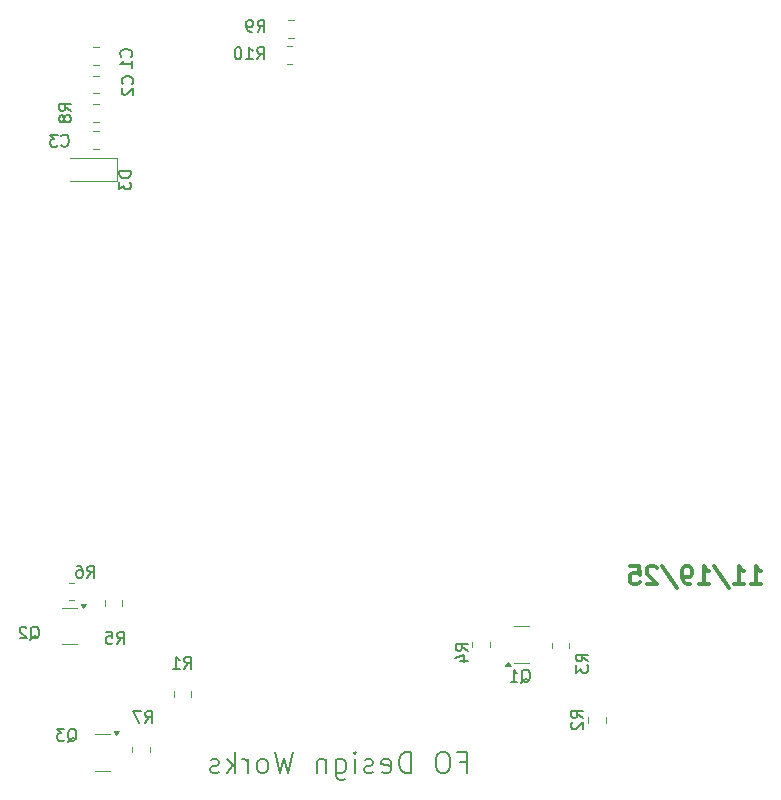
<source format=gbr>
%TF.GenerationSoftware,KiCad,Pcbnew,8.0.9-8.0.9-0~ubuntu24.04.1*%
%TF.CreationDate,2025-11-19T12:46:58-08:00*%
%TF.ProjectId,rover_monitor_r2,726f7665-725f-46d6-9f6e-69746f725f72,rev?*%
%TF.SameCoordinates,Original*%
%TF.FileFunction,Legend,Bot*%
%TF.FilePolarity,Positive*%
%FSLAX46Y46*%
G04 Gerber Fmt 4.6, Leading zero omitted, Abs format (unit mm)*
G04 Created by KiCad (PCBNEW 8.0.9-8.0.9-0~ubuntu24.04.1) date 2025-11-19 12:46:58*
%MOMM*%
%LPD*%
G01*
G04 APERTURE LIST*
%ADD10C,0.300000*%
%ADD11C,0.203200*%
%ADD12C,0.150000*%
%ADD13C,0.120000*%
G04 APERTURE END LIST*
D10*
X116973374Y-129924028D02*
X117830517Y-129924028D01*
X117401946Y-129924028D02*
X117401946Y-128424028D01*
X117401946Y-128424028D02*
X117544803Y-128638314D01*
X117544803Y-128638314D02*
X117687660Y-128781171D01*
X117687660Y-128781171D02*
X117830517Y-128852600D01*
X115544803Y-129924028D02*
X116401946Y-129924028D01*
X115973375Y-129924028D02*
X115973375Y-128424028D01*
X115973375Y-128424028D02*
X116116232Y-128638314D01*
X116116232Y-128638314D02*
X116259089Y-128781171D01*
X116259089Y-128781171D02*
X116401946Y-128852600D01*
X113830518Y-128352600D02*
X115116232Y-130281171D01*
X112544803Y-129924028D02*
X113401946Y-129924028D01*
X112973375Y-129924028D02*
X112973375Y-128424028D01*
X112973375Y-128424028D02*
X113116232Y-128638314D01*
X113116232Y-128638314D02*
X113259089Y-128781171D01*
X113259089Y-128781171D02*
X113401946Y-128852600D01*
X111830518Y-129924028D02*
X111544804Y-129924028D01*
X111544804Y-129924028D02*
X111401947Y-129852600D01*
X111401947Y-129852600D02*
X111330518Y-129781171D01*
X111330518Y-129781171D02*
X111187661Y-129566885D01*
X111187661Y-129566885D02*
X111116232Y-129281171D01*
X111116232Y-129281171D02*
X111116232Y-128709742D01*
X111116232Y-128709742D02*
X111187661Y-128566885D01*
X111187661Y-128566885D02*
X111259090Y-128495457D01*
X111259090Y-128495457D02*
X111401947Y-128424028D01*
X111401947Y-128424028D02*
X111687661Y-128424028D01*
X111687661Y-128424028D02*
X111830518Y-128495457D01*
X111830518Y-128495457D02*
X111901947Y-128566885D01*
X111901947Y-128566885D02*
X111973375Y-128709742D01*
X111973375Y-128709742D02*
X111973375Y-129066885D01*
X111973375Y-129066885D02*
X111901947Y-129209742D01*
X111901947Y-129209742D02*
X111830518Y-129281171D01*
X111830518Y-129281171D02*
X111687661Y-129352600D01*
X111687661Y-129352600D02*
X111401947Y-129352600D01*
X111401947Y-129352600D02*
X111259090Y-129281171D01*
X111259090Y-129281171D02*
X111187661Y-129209742D01*
X111187661Y-129209742D02*
X111116232Y-129066885D01*
X109401947Y-128352600D02*
X110687661Y-130281171D01*
X108973375Y-128566885D02*
X108901947Y-128495457D01*
X108901947Y-128495457D02*
X108759090Y-128424028D01*
X108759090Y-128424028D02*
X108401947Y-128424028D01*
X108401947Y-128424028D02*
X108259090Y-128495457D01*
X108259090Y-128495457D02*
X108187661Y-128566885D01*
X108187661Y-128566885D02*
X108116232Y-128709742D01*
X108116232Y-128709742D02*
X108116232Y-128852600D01*
X108116232Y-128852600D02*
X108187661Y-129066885D01*
X108187661Y-129066885D02*
X109044804Y-129924028D01*
X109044804Y-129924028D02*
X108116232Y-129924028D01*
X106759090Y-128424028D02*
X107473376Y-128424028D01*
X107473376Y-128424028D02*
X107544804Y-129138314D01*
X107544804Y-129138314D02*
X107473376Y-129066885D01*
X107473376Y-129066885D02*
X107330519Y-128995457D01*
X107330519Y-128995457D02*
X106973376Y-128995457D01*
X106973376Y-128995457D02*
X106830519Y-129066885D01*
X106830519Y-129066885D02*
X106759090Y-129138314D01*
X106759090Y-129138314D02*
X106687661Y-129281171D01*
X106687661Y-129281171D02*
X106687661Y-129638314D01*
X106687661Y-129638314D02*
X106759090Y-129781171D01*
X106759090Y-129781171D02*
X106830519Y-129852600D01*
X106830519Y-129852600D02*
X106973376Y-129924028D01*
X106973376Y-129924028D02*
X107330519Y-129924028D01*
X107330519Y-129924028D02*
X107473376Y-129852600D01*
X107473376Y-129852600D02*
X107544804Y-129781171D01*
D11*
X92363916Y-144963707D02*
X92956582Y-144963707D01*
X92956582Y-145895040D02*
X92956582Y-144117040D01*
X92956582Y-144117040D02*
X92109916Y-144117040D01*
X91093916Y-144117040D02*
X90755249Y-144117040D01*
X90755249Y-144117040D02*
X90585916Y-144201707D01*
X90585916Y-144201707D02*
X90416582Y-144371040D01*
X90416582Y-144371040D02*
X90331916Y-144709707D01*
X90331916Y-144709707D02*
X90331916Y-145302374D01*
X90331916Y-145302374D02*
X90416582Y-145641040D01*
X90416582Y-145641040D02*
X90585916Y-145810374D01*
X90585916Y-145810374D02*
X90755249Y-145895040D01*
X90755249Y-145895040D02*
X91093916Y-145895040D01*
X91093916Y-145895040D02*
X91263249Y-145810374D01*
X91263249Y-145810374D02*
X91432582Y-145641040D01*
X91432582Y-145641040D02*
X91517249Y-145302374D01*
X91517249Y-145302374D02*
X91517249Y-144709707D01*
X91517249Y-144709707D02*
X91432582Y-144371040D01*
X91432582Y-144371040D02*
X91263249Y-144201707D01*
X91263249Y-144201707D02*
X91093916Y-144117040D01*
X88215248Y-145895040D02*
X88215248Y-144117040D01*
X88215248Y-144117040D02*
X87791915Y-144117040D01*
X87791915Y-144117040D02*
X87537915Y-144201707D01*
X87537915Y-144201707D02*
X87368582Y-144371040D01*
X87368582Y-144371040D02*
X87283915Y-144540374D01*
X87283915Y-144540374D02*
X87199248Y-144879040D01*
X87199248Y-144879040D02*
X87199248Y-145133040D01*
X87199248Y-145133040D02*
X87283915Y-145471707D01*
X87283915Y-145471707D02*
X87368582Y-145641040D01*
X87368582Y-145641040D02*
X87537915Y-145810374D01*
X87537915Y-145810374D02*
X87791915Y-145895040D01*
X87791915Y-145895040D02*
X88215248Y-145895040D01*
X85759915Y-145810374D02*
X85929248Y-145895040D01*
X85929248Y-145895040D02*
X86267915Y-145895040D01*
X86267915Y-145895040D02*
X86437248Y-145810374D01*
X86437248Y-145810374D02*
X86521915Y-145641040D01*
X86521915Y-145641040D02*
X86521915Y-144963707D01*
X86521915Y-144963707D02*
X86437248Y-144794374D01*
X86437248Y-144794374D02*
X86267915Y-144709707D01*
X86267915Y-144709707D02*
X85929248Y-144709707D01*
X85929248Y-144709707D02*
X85759915Y-144794374D01*
X85759915Y-144794374D02*
X85675248Y-144963707D01*
X85675248Y-144963707D02*
X85675248Y-145133040D01*
X85675248Y-145133040D02*
X86521915Y-145302374D01*
X84997915Y-145810374D02*
X84828582Y-145895040D01*
X84828582Y-145895040D02*
X84489915Y-145895040D01*
X84489915Y-145895040D02*
X84320582Y-145810374D01*
X84320582Y-145810374D02*
X84235915Y-145641040D01*
X84235915Y-145641040D02*
X84235915Y-145556374D01*
X84235915Y-145556374D02*
X84320582Y-145387040D01*
X84320582Y-145387040D02*
X84489915Y-145302374D01*
X84489915Y-145302374D02*
X84743915Y-145302374D01*
X84743915Y-145302374D02*
X84913248Y-145217707D01*
X84913248Y-145217707D02*
X84997915Y-145048374D01*
X84997915Y-145048374D02*
X84997915Y-144963707D01*
X84997915Y-144963707D02*
X84913248Y-144794374D01*
X84913248Y-144794374D02*
X84743915Y-144709707D01*
X84743915Y-144709707D02*
X84489915Y-144709707D01*
X84489915Y-144709707D02*
X84320582Y-144794374D01*
X83473915Y-145895040D02*
X83473915Y-144709707D01*
X83473915Y-144117040D02*
X83558582Y-144201707D01*
X83558582Y-144201707D02*
X83473915Y-144286374D01*
X83473915Y-144286374D02*
X83389249Y-144201707D01*
X83389249Y-144201707D02*
X83473915Y-144117040D01*
X83473915Y-144117040D02*
X83473915Y-144286374D01*
X81865248Y-144709707D02*
X81865248Y-146149040D01*
X81865248Y-146149040D02*
X81949915Y-146318374D01*
X81949915Y-146318374D02*
X82034582Y-146403040D01*
X82034582Y-146403040D02*
X82203915Y-146487707D01*
X82203915Y-146487707D02*
X82457915Y-146487707D01*
X82457915Y-146487707D02*
X82627248Y-146403040D01*
X81865248Y-145810374D02*
X82034582Y-145895040D01*
X82034582Y-145895040D02*
X82373248Y-145895040D01*
X82373248Y-145895040D02*
X82542582Y-145810374D01*
X82542582Y-145810374D02*
X82627248Y-145725707D01*
X82627248Y-145725707D02*
X82711915Y-145556374D01*
X82711915Y-145556374D02*
X82711915Y-145048374D01*
X82711915Y-145048374D02*
X82627248Y-144879040D01*
X82627248Y-144879040D02*
X82542582Y-144794374D01*
X82542582Y-144794374D02*
X82373248Y-144709707D01*
X82373248Y-144709707D02*
X82034582Y-144709707D01*
X82034582Y-144709707D02*
X81865248Y-144794374D01*
X81018581Y-144709707D02*
X81018581Y-145895040D01*
X81018581Y-144879040D02*
X80933915Y-144794374D01*
X80933915Y-144794374D02*
X80764581Y-144709707D01*
X80764581Y-144709707D02*
X80510581Y-144709707D01*
X80510581Y-144709707D02*
X80341248Y-144794374D01*
X80341248Y-144794374D02*
X80256581Y-144963707D01*
X80256581Y-144963707D02*
X80256581Y-145895040D01*
X78224581Y-144117040D02*
X77801247Y-145895040D01*
X77801247Y-145895040D02*
X77462581Y-144625040D01*
X77462581Y-144625040D02*
X77123914Y-145895040D01*
X77123914Y-145895040D02*
X76700581Y-144117040D01*
X75769247Y-145895040D02*
X75938581Y-145810374D01*
X75938581Y-145810374D02*
X76023247Y-145725707D01*
X76023247Y-145725707D02*
X76107914Y-145556374D01*
X76107914Y-145556374D02*
X76107914Y-145048374D01*
X76107914Y-145048374D02*
X76023247Y-144879040D01*
X76023247Y-144879040D02*
X75938581Y-144794374D01*
X75938581Y-144794374D02*
X75769247Y-144709707D01*
X75769247Y-144709707D02*
X75515247Y-144709707D01*
X75515247Y-144709707D02*
X75345914Y-144794374D01*
X75345914Y-144794374D02*
X75261247Y-144879040D01*
X75261247Y-144879040D02*
X75176581Y-145048374D01*
X75176581Y-145048374D02*
X75176581Y-145556374D01*
X75176581Y-145556374D02*
X75261247Y-145725707D01*
X75261247Y-145725707D02*
X75345914Y-145810374D01*
X75345914Y-145810374D02*
X75515247Y-145895040D01*
X75515247Y-145895040D02*
X75769247Y-145895040D01*
X74414580Y-145895040D02*
X74414580Y-144709707D01*
X74414580Y-145048374D02*
X74329914Y-144879040D01*
X74329914Y-144879040D02*
X74245247Y-144794374D01*
X74245247Y-144794374D02*
X74075914Y-144709707D01*
X74075914Y-144709707D02*
X73906580Y-144709707D01*
X73313913Y-145895040D02*
X73313913Y-144117040D01*
X73144580Y-145217707D02*
X72636580Y-145895040D01*
X72636580Y-144709707D02*
X73313913Y-145387040D01*
X71959247Y-145810374D02*
X71789914Y-145895040D01*
X71789914Y-145895040D02*
X71451247Y-145895040D01*
X71451247Y-145895040D02*
X71281914Y-145810374D01*
X71281914Y-145810374D02*
X71197247Y-145641040D01*
X71197247Y-145641040D02*
X71197247Y-145556374D01*
X71197247Y-145556374D02*
X71281914Y-145387040D01*
X71281914Y-145387040D02*
X71451247Y-145302374D01*
X71451247Y-145302374D02*
X71705247Y-145302374D01*
X71705247Y-145302374D02*
X71874580Y-145217707D01*
X71874580Y-145217707D02*
X71959247Y-145048374D01*
X71959247Y-145048374D02*
X71959247Y-144963707D01*
X71959247Y-144963707D02*
X71874580Y-144794374D01*
X71874580Y-144794374D02*
X71705247Y-144709707D01*
X71705247Y-144709707D02*
X71451247Y-144709707D01*
X71451247Y-144709707D02*
X71281914Y-144794374D01*
D12*
X75180266Y-83178019D02*
X75513599Y-82701828D01*
X75751694Y-83178019D02*
X75751694Y-82178019D01*
X75751694Y-82178019D02*
X75370742Y-82178019D01*
X75370742Y-82178019D02*
X75275504Y-82225638D01*
X75275504Y-82225638D02*
X75227885Y-82273257D01*
X75227885Y-82273257D02*
X75180266Y-82368495D01*
X75180266Y-82368495D02*
X75180266Y-82511352D01*
X75180266Y-82511352D02*
X75227885Y-82606590D01*
X75227885Y-82606590D02*
X75275504Y-82654209D01*
X75275504Y-82654209D02*
X75370742Y-82701828D01*
X75370742Y-82701828D02*
X75751694Y-82701828D01*
X74704075Y-83178019D02*
X74513599Y-83178019D01*
X74513599Y-83178019D02*
X74418361Y-83130400D01*
X74418361Y-83130400D02*
X74370742Y-83082780D01*
X74370742Y-83082780D02*
X74275504Y-82939923D01*
X74275504Y-82939923D02*
X74227885Y-82749447D01*
X74227885Y-82749447D02*
X74227885Y-82368495D01*
X74227885Y-82368495D02*
X74275504Y-82273257D01*
X74275504Y-82273257D02*
X74323123Y-82225638D01*
X74323123Y-82225638D02*
X74418361Y-82178019D01*
X74418361Y-82178019D02*
X74608837Y-82178019D01*
X74608837Y-82178019D02*
X74704075Y-82225638D01*
X74704075Y-82225638D02*
X74751694Y-82273257D01*
X74751694Y-82273257D02*
X74799313Y-82368495D01*
X74799313Y-82368495D02*
X74799313Y-82606590D01*
X74799313Y-82606590D02*
X74751694Y-82701828D01*
X74751694Y-82701828D02*
X74704075Y-82749447D01*
X74704075Y-82749447D02*
X74608837Y-82797066D01*
X74608837Y-82797066D02*
X74418361Y-82797066D01*
X74418361Y-82797066D02*
X74323123Y-82749447D01*
X74323123Y-82749447D02*
X74275504Y-82701828D01*
X74275504Y-82701828D02*
X74227885Y-82606590D01*
X65680266Y-141678019D02*
X66013599Y-141201828D01*
X66251694Y-141678019D02*
X66251694Y-140678019D01*
X66251694Y-140678019D02*
X65870742Y-140678019D01*
X65870742Y-140678019D02*
X65775504Y-140725638D01*
X65775504Y-140725638D02*
X65727885Y-140773257D01*
X65727885Y-140773257D02*
X65680266Y-140868495D01*
X65680266Y-140868495D02*
X65680266Y-141011352D01*
X65680266Y-141011352D02*
X65727885Y-141106590D01*
X65727885Y-141106590D02*
X65775504Y-141154209D01*
X65775504Y-141154209D02*
X65870742Y-141201828D01*
X65870742Y-141201828D02*
X66251694Y-141201828D01*
X65346932Y-140678019D02*
X64680266Y-140678019D01*
X64680266Y-140678019D02*
X65108837Y-141678019D01*
X75156457Y-85478019D02*
X75489790Y-85001828D01*
X75727885Y-85478019D02*
X75727885Y-84478019D01*
X75727885Y-84478019D02*
X75346933Y-84478019D01*
X75346933Y-84478019D02*
X75251695Y-84525638D01*
X75251695Y-84525638D02*
X75204076Y-84573257D01*
X75204076Y-84573257D02*
X75156457Y-84668495D01*
X75156457Y-84668495D02*
X75156457Y-84811352D01*
X75156457Y-84811352D02*
X75204076Y-84906590D01*
X75204076Y-84906590D02*
X75251695Y-84954209D01*
X75251695Y-84954209D02*
X75346933Y-85001828D01*
X75346933Y-85001828D02*
X75727885Y-85001828D01*
X74204076Y-85478019D02*
X74775504Y-85478019D01*
X74489790Y-85478019D02*
X74489790Y-84478019D01*
X74489790Y-84478019D02*
X74585028Y-84620876D01*
X74585028Y-84620876D02*
X74680266Y-84716114D01*
X74680266Y-84716114D02*
X74775504Y-84763733D01*
X73585028Y-84478019D02*
X73489790Y-84478019D01*
X73489790Y-84478019D02*
X73394552Y-84525638D01*
X73394552Y-84525638D02*
X73346933Y-84573257D01*
X73346933Y-84573257D02*
X73299314Y-84668495D01*
X73299314Y-84668495D02*
X73251695Y-84858971D01*
X73251695Y-84858971D02*
X73251695Y-85097066D01*
X73251695Y-85097066D02*
X73299314Y-85287542D01*
X73299314Y-85287542D02*
X73346933Y-85382780D01*
X73346933Y-85382780D02*
X73394552Y-85430400D01*
X73394552Y-85430400D02*
X73489790Y-85478019D01*
X73489790Y-85478019D02*
X73585028Y-85478019D01*
X73585028Y-85478019D02*
X73680266Y-85430400D01*
X73680266Y-85430400D02*
X73727885Y-85382780D01*
X73727885Y-85382780D02*
X73775504Y-85287542D01*
X73775504Y-85287542D02*
X73823123Y-85097066D01*
X73823123Y-85097066D02*
X73823123Y-84858971D01*
X73823123Y-84858971D02*
X73775504Y-84668495D01*
X73775504Y-84668495D02*
X73727885Y-84573257D01*
X73727885Y-84573257D02*
X73680266Y-84525638D01*
X73680266Y-84525638D02*
X73585028Y-84478019D01*
X64573180Y-87556533D02*
X64620800Y-87508914D01*
X64620800Y-87508914D02*
X64668419Y-87366057D01*
X64668419Y-87366057D02*
X64668419Y-87270819D01*
X64668419Y-87270819D02*
X64620800Y-87127962D01*
X64620800Y-87127962D02*
X64525561Y-87032724D01*
X64525561Y-87032724D02*
X64430323Y-86985105D01*
X64430323Y-86985105D02*
X64239847Y-86937486D01*
X64239847Y-86937486D02*
X64096990Y-86937486D01*
X64096990Y-86937486D02*
X63906514Y-86985105D01*
X63906514Y-86985105D02*
X63811276Y-87032724D01*
X63811276Y-87032724D02*
X63716038Y-87127962D01*
X63716038Y-87127962D02*
X63668419Y-87270819D01*
X63668419Y-87270819D02*
X63668419Y-87366057D01*
X63668419Y-87366057D02*
X63716038Y-87508914D01*
X63716038Y-87508914D02*
X63763657Y-87556533D01*
X63763657Y-87937486D02*
X63716038Y-87985105D01*
X63716038Y-87985105D02*
X63668419Y-88080343D01*
X63668419Y-88080343D02*
X63668419Y-88318438D01*
X63668419Y-88318438D02*
X63716038Y-88413676D01*
X63716038Y-88413676D02*
X63763657Y-88461295D01*
X63763657Y-88461295D02*
X63858895Y-88508914D01*
X63858895Y-88508914D02*
X63954133Y-88508914D01*
X63954133Y-88508914D02*
X64096990Y-88461295D01*
X64096990Y-88461295D02*
X64668419Y-87889867D01*
X64668419Y-87889867D02*
X64668419Y-88508914D01*
X103168419Y-136456533D02*
X102692228Y-136123200D01*
X103168419Y-135885105D02*
X102168419Y-135885105D01*
X102168419Y-135885105D02*
X102168419Y-136266057D01*
X102168419Y-136266057D02*
X102216038Y-136361295D01*
X102216038Y-136361295D02*
X102263657Y-136408914D01*
X102263657Y-136408914D02*
X102358895Y-136456533D01*
X102358895Y-136456533D02*
X102501752Y-136456533D01*
X102501752Y-136456533D02*
X102596990Y-136408914D01*
X102596990Y-136408914D02*
X102644609Y-136361295D01*
X102644609Y-136361295D02*
X102692228Y-136266057D01*
X102692228Y-136266057D02*
X102692228Y-135885105D01*
X102168419Y-136789867D02*
X102168419Y-137408914D01*
X102168419Y-137408914D02*
X102549371Y-137075581D01*
X102549371Y-137075581D02*
X102549371Y-137218438D01*
X102549371Y-137218438D02*
X102596990Y-137313676D01*
X102596990Y-137313676D02*
X102644609Y-137361295D01*
X102644609Y-137361295D02*
X102739847Y-137408914D01*
X102739847Y-137408914D02*
X102977942Y-137408914D01*
X102977942Y-137408914D02*
X103073180Y-137361295D01*
X103073180Y-137361295D02*
X103120800Y-137313676D01*
X103120800Y-137313676D02*
X103168419Y-137218438D01*
X103168419Y-137218438D02*
X103168419Y-136932724D01*
X103168419Y-136932724D02*
X103120800Y-136837486D01*
X103120800Y-136837486D02*
X103073180Y-136789867D01*
X102718419Y-141256533D02*
X102242228Y-140923200D01*
X102718419Y-140685105D02*
X101718419Y-140685105D01*
X101718419Y-140685105D02*
X101718419Y-141066057D01*
X101718419Y-141066057D02*
X101766038Y-141161295D01*
X101766038Y-141161295D02*
X101813657Y-141208914D01*
X101813657Y-141208914D02*
X101908895Y-141256533D01*
X101908895Y-141256533D02*
X102051752Y-141256533D01*
X102051752Y-141256533D02*
X102146990Y-141208914D01*
X102146990Y-141208914D02*
X102194609Y-141161295D01*
X102194609Y-141161295D02*
X102242228Y-141066057D01*
X102242228Y-141066057D02*
X102242228Y-140685105D01*
X101813657Y-141637486D02*
X101766038Y-141685105D01*
X101766038Y-141685105D02*
X101718419Y-141780343D01*
X101718419Y-141780343D02*
X101718419Y-142018438D01*
X101718419Y-142018438D02*
X101766038Y-142113676D01*
X101766038Y-142113676D02*
X101813657Y-142161295D01*
X101813657Y-142161295D02*
X101908895Y-142208914D01*
X101908895Y-142208914D02*
X102004133Y-142208914D01*
X102004133Y-142208914D02*
X102146990Y-142161295D01*
X102146990Y-142161295D02*
X102718419Y-141589867D01*
X102718419Y-141589867D02*
X102718419Y-142208914D01*
X92968419Y-135556533D02*
X92492228Y-135223200D01*
X92968419Y-134985105D02*
X91968419Y-134985105D01*
X91968419Y-134985105D02*
X91968419Y-135366057D01*
X91968419Y-135366057D02*
X92016038Y-135461295D01*
X92016038Y-135461295D02*
X92063657Y-135508914D01*
X92063657Y-135508914D02*
X92158895Y-135556533D01*
X92158895Y-135556533D02*
X92301752Y-135556533D01*
X92301752Y-135556533D02*
X92396990Y-135508914D01*
X92396990Y-135508914D02*
X92444609Y-135461295D01*
X92444609Y-135461295D02*
X92492228Y-135366057D01*
X92492228Y-135366057D02*
X92492228Y-134985105D01*
X92301752Y-136413676D02*
X92968419Y-136413676D01*
X91920800Y-136175581D02*
X92635085Y-135937486D01*
X92635085Y-135937486D02*
X92635085Y-136556533D01*
X63280266Y-134978019D02*
X63613599Y-134501828D01*
X63851694Y-134978019D02*
X63851694Y-133978019D01*
X63851694Y-133978019D02*
X63470742Y-133978019D01*
X63470742Y-133978019D02*
X63375504Y-134025638D01*
X63375504Y-134025638D02*
X63327885Y-134073257D01*
X63327885Y-134073257D02*
X63280266Y-134168495D01*
X63280266Y-134168495D02*
X63280266Y-134311352D01*
X63280266Y-134311352D02*
X63327885Y-134406590D01*
X63327885Y-134406590D02*
X63375504Y-134454209D01*
X63375504Y-134454209D02*
X63470742Y-134501828D01*
X63470742Y-134501828D02*
X63851694Y-134501828D01*
X62375504Y-133978019D02*
X62851694Y-133978019D01*
X62851694Y-133978019D02*
X62899313Y-134454209D01*
X62899313Y-134454209D02*
X62851694Y-134406590D01*
X62851694Y-134406590D02*
X62756456Y-134358971D01*
X62756456Y-134358971D02*
X62518361Y-134358971D01*
X62518361Y-134358971D02*
X62423123Y-134406590D01*
X62423123Y-134406590D02*
X62375504Y-134454209D01*
X62375504Y-134454209D02*
X62327885Y-134549447D01*
X62327885Y-134549447D02*
X62327885Y-134787542D01*
X62327885Y-134787542D02*
X62375504Y-134882780D01*
X62375504Y-134882780D02*
X62423123Y-134930400D01*
X62423123Y-134930400D02*
X62518361Y-134978019D01*
X62518361Y-134978019D02*
X62756456Y-134978019D01*
X62756456Y-134978019D02*
X62851694Y-134930400D01*
X62851694Y-134930400D02*
X62899313Y-134882780D01*
X58580266Y-92782780D02*
X58627885Y-92830400D01*
X58627885Y-92830400D02*
X58770742Y-92878019D01*
X58770742Y-92878019D02*
X58865980Y-92878019D01*
X58865980Y-92878019D02*
X59008837Y-92830400D01*
X59008837Y-92830400D02*
X59104075Y-92735161D01*
X59104075Y-92735161D02*
X59151694Y-92639923D01*
X59151694Y-92639923D02*
X59199313Y-92449447D01*
X59199313Y-92449447D02*
X59199313Y-92306590D01*
X59199313Y-92306590D02*
X59151694Y-92116114D01*
X59151694Y-92116114D02*
X59104075Y-92020876D01*
X59104075Y-92020876D02*
X59008837Y-91925638D01*
X59008837Y-91925638D02*
X58865980Y-91878019D01*
X58865980Y-91878019D02*
X58770742Y-91878019D01*
X58770742Y-91878019D02*
X58627885Y-91925638D01*
X58627885Y-91925638D02*
X58580266Y-91973257D01*
X58246932Y-91878019D02*
X57627885Y-91878019D01*
X57627885Y-91878019D02*
X57961218Y-92258971D01*
X57961218Y-92258971D02*
X57818361Y-92258971D01*
X57818361Y-92258971D02*
X57723123Y-92306590D01*
X57723123Y-92306590D02*
X57675504Y-92354209D01*
X57675504Y-92354209D02*
X57627885Y-92449447D01*
X57627885Y-92449447D02*
X57627885Y-92687542D01*
X57627885Y-92687542D02*
X57675504Y-92782780D01*
X57675504Y-92782780D02*
X57723123Y-92830400D01*
X57723123Y-92830400D02*
X57818361Y-92878019D01*
X57818361Y-92878019D02*
X58104075Y-92878019D01*
X58104075Y-92878019D02*
X58199313Y-92830400D01*
X58199313Y-92830400D02*
X58246932Y-92782780D01*
X68980266Y-137078019D02*
X69313599Y-136601828D01*
X69551694Y-137078019D02*
X69551694Y-136078019D01*
X69551694Y-136078019D02*
X69170742Y-136078019D01*
X69170742Y-136078019D02*
X69075504Y-136125638D01*
X69075504Y-136125638D02*
X69027885Y-136173257D01*
X69027885Y-136173257D02*
X68980266Y-136268495D01*
X68980266Y-136268495D02*
X68980266Y-136411352D01*
X68980266Y-136411352D02*
X69027885Y-136506590D01*
X69027885Y-136506590D02*
X69075504Y-136554209D01*
X69075504Y-136554209D02*
X69170742Y-136601828D01*
X69170742Y-136601828D02*
X69551694Y-136601828D01*
X68027885Y-137078019D02*
X68599313Y-137078019D01*
X68313599Y-137078019D02*
X68313599Y-136078019D01*
X68313599Y-136078019D02*
X68408837Y-136220876D01*
X68408837Y-136220876D02*
X68504075Y-136316114D01*
X68504075Y-136316114D02*
X68599313Y-136363733D01*
X64473180Y-85256533D02*
X64520800Y-85208914D01*
X64520800Y-85208914D02*
X64568419Y-85066057D01*
X64568419Y-85066057D02*
X64568419Y-84970819D01*
X64568419Y-84970819D02*
X64520800Y-84827962D01*
X64520800Y-84827962D02*
X64425561Y-84732724D01*
X64425561Y-84732724D02*
X64330323Y-84685105D01*
X64330323Y-84685105D02*
X64139847Y-84637486D01*
X64139847Y-84637486D02*
X63996990Y-84637486D01*
X63996990Y-84637486D02*
X63806514Y-84685105D01*
X63806514Y-84685105D02*
X63711276Y-84732724D01*
X63711276Y-84732724D02*
X63616038Y-84827962D01*
X63616038Y-84827962D02*
X63568419Y-84970819D01*
X63568419Y-84970819D02*
X63568419Y-85066057D01*
X63568419Y-85066057D02*
X63616038Y-85208914D01*
X63616038Y-85208914D02*
X63663657Y-85256533D01*
X64568419Y-86208914D02*
X64568419Y-85637486D01*
X64568419Y-85923200D02*
X63568419Y-85923200D01*
X63568419Y-85923200D02*
X63711276Y-85827962D01*
X63711276Y-85827962D02*
X63806514Y-85732724D01*
X63806514Y-85732724D02*
X63854133Y-85637486D01*
X64468419Y-94985105D02*
X63468419Y-94985105D01*
X63468419Y-94985105D02*
X63468419Y-95223200D01*
X63468419Y-95223200D02*
X63516038Y-95366057D01*
X63516038Y-95366057D02*
X63611276Y-95461295D01*
X63611276Y-95461295D02*
X63706514Y-95508914D01*
X63706514Y-95508914D02*
X63896990Y-95556533D01*
X63896990Y-95556533D02*
X64039847Y-95556533D01*
X64039847Y-95556533D02*
X64230323Y-95508914D01*
X64230323Y-95508914D02*
X64325561Y-95461295D01*
X64325561Y-95461295D02*
X64420800Y-95366057D01*
X64420800Y-95366057D02*
X64468419Y-95223200D01*
X64468419Y-95223200D02*
X64468419Y-94985105D01*
X63468419Y-95889867D02*
X63468419Y-96508914D01*
X63468419Y-96508914D02*
X63849371Y-96175581D01*
X63849371Y-96175581D02*
X63849371Y-96318438D01*
X63849371Y-96318438D02*
X63896990Y-96413676D01*
X63896990Y-96413676D02*
X63944609Y-96461295D01*
X63944609Y-96461295D02*
X64039847Y-96508914D01*
X64039847Y-96508914D02*
X64277942Y-96508914D01*
X64277942Y-96508914D02*
X64373180Y-96461295D01*
X64373180Y-96461295D02*
X64420800Y-96413676D01*
X64420800Y-96413676D02*
X64468419Y-96318438D01*
X64468419Y-96318438D02*
X64468419Y-96032724D01*
X64468419Y-96032724D02*
X64420800Y-95937486D01*
X64420800Y-95937486D02*
X64373180Y-95889867D01*
X55933838Y-134623257D02*
X56029076Y-134575638D01*
X56029076Y-134575638D02*
X56124314Y-134480400D01*
X56124314Y-134480400D02*
X56267171Y-134337542D01*
X56267171Y-134337542D02*
X56362409Y-134289923D01*
X56362409Y-134289923D02*
X56457647Y-134289923D01*
X56410028Y-134528019D02*
X56505266Y-134480400D01*
X56505266Y-134480400D02*
X56600504Y-134385161D01*
X56600504Y-134385161D02*
X56648123Y-134194685D01*
X56648123Y-134194685D02*
X56648123Y-133861352D01*
X56648123Y-133861352D02*
X56600504Y-133670876D01*
X56600504Y-133670876D02*
X56505266Y-133575638D01*
X56505266Y-133575638D02*
X56410028Y-133528019D01*
X56410028Y-133528019D02*
X56219552Y-133528019D01*
X56219552Y-133528019D02*
X56124314Y-133575638D01*
X56124314Y-133575638D02*
X56029076Y-133670876D01*
X56029076Y-133670876D02*
X55981457Y-133861352D01*
X55981457Y-133861352D02*
X55981457Y-134194685D01*
X55981457Y-134194685D02*
X56029076Y-134385161D01*
X56029076Y-134385161D02*
X56124314Y-134480400D01*
X56124314Y-134480400D02*
X56219552Y-134528019D01*
X56219552Y-134528019D02*
X56410028Y-134528019D01*
X55600504Y-133623257D02*
X55552885Y-133575638D01*
X55552885Y-133575638D02*
X55457647Y-133528019D01*
X55457647Y-133528019D02*
X55219552Y-133528019D01*
X55219552Y-133528019D02*
X55124314Y-133575638D01*
X55124314Y-133575638D02*
X55076695Y-133623257D01*
X55076695Y-133623257D02*
X55029076Y-133718495D01*
X55029076Y-133718495D02*
X55029076Y-133813733D01*
X55029076Y-133813733D02*
X55076695Y-133956590D01*
X55076695Y-133956590D02*
X55648123Y-134528019D01*
X55648123Y-134528019D02*
X55029076Y-134528019D01*
X97508838Y-138273257D02*
X97604076Y-138225638D01*
X97604076Y-138225638D02*
X97699314Y-138130400D01*
X97699314Y-138130400D02*
X97842171Y-137987542D01*
X97842171Y-137987542D02*
X97937409Y-137939923D01*
X97937409Y-137939923D02*
X98032647Y-137939923D01*
X97985028Y-138178019D02*
X98080266Y-138130400D01*
X98080266Y-138130400D02*
X98175504Y-138035161D01*
X98175504Y-138035161D02*
X98223123Y-137844685D01*
X98223123Y-137844685D02*
X98223123Y-137511352D01*
X98223123Y-137511352D02*
X98175504Y-137320876D01*
X98175504Y-137320876D02*
X98080266Y-137225638D01*
X98080266Y-137225638D02*
X97985028Y-137178019D01*
X97985028Y-137178019D02*
X97794552Y-137178019D01*
X97794552Y-137178019D02*
X97699314Y-137225638D01*
X97699314Y-137225638D02*
X97604076Y-137320876D01*
X97604076Y-137320876D02*
X97556457Y-137511352D01*
X97556457Y-137511352D02*
X97556457Y-137844685D01*
X97556457Y-137844685D02*
X97604076Y-138035161D01*
X97604076Y-138035161D02*
X97699314Y-138130400D01*
X97699314Y-138130400D02*
X97794552Y-138178019D01*
X97794552Y-138178019D02*
X97985028Y-138178019D01*
X96604076Y-138178019D02*
X97175504Y-138178019D01*
X96889790Y-138178019D02*
X96889790Y-137178019D01*
X96889790Y-137178019D02*
X96985028Y-137320876D01*
X96985028Y-137320876D02*
X97080266Y-137416114D01*
X97080266Y-137416114D02*
X97175504Y-137463733D01*
X59368419Y-89856533D02*
X58892228Y-89523200D01*
X59368419Y-89285105D02*
X58368419Y-89285105D01*
X58368419Y-89285105D02*
X58368419Y-89666057D01*
X58368419Y-89666057D02*
X58416038Y-89761295D01*
X58416038Y-89761295D02*
X58463657Y-89808914D01*
X58463657Y-89808914D02*
X58558895Y-89856533D01*
X58558895Y-89856533D02*
X58701752Y-89856533D01*
X58701752Y-89856533D02*
X58796990Y-89808914D01*
X58796990Y-89808914D02*
X58844609Y-89761295D01*
X58844609Y-89761295D02*
X58892228Y-89666057D01*
X58892228Y-89666057D02*
X58892228Y-89285105D01*
X58796990Y-90427962D02*
X58749371Y-90332724D01*
X58749371Y-90332724D02*
X58701752Y-90285105D01*
X58701752Y-90285105D02*
X58606514Y-90237486D01*
X58606514Y-90237486D02*
X58558895Y-90237486D01*
X58558895Y-90237486D02*
X58463657Y-90285105D01*
X58463657Y-90285105D02*
X58416038Y-90332724D01*
X58416038Y-90332724D02*
X58368419Y-90427962D01*
X58368419Y-90427962D02*
X58368419Y-90618438D01*
X58368419Y-90618438D02*
X58416038Y-90713676D01*
X58416038Y-90713676D02*
X58463657Y-90761295D01*
X58463657Y-90761295D02*
X58558895Y-90808914D01*
X58558895Y-90808914D02*
X58606514Y-90808914D01*
X58606514Y-90808914D02*
X58701752Y-90761295D01*
X58701752Y-90761295D02*
X58749371Y-90713676D01*
X58749371Y-90713676D02*
X58796990Y-90618438D01*
X58796990Y-90618438D02*
X58796990Y-90427962D01*
X58796990Y-90427962D02*
X58844609Y-90332724D01*
X58844609Y-90332724D02*
X58892228Y-90285105D01*
X58892228Y-90285105D02*
X58987466Y-90237486D01*
X58987466Y-90237486D02*
X59177942Y-90237486D01*
X59177942Y-90237486D02*
X59273180Y-90285105D01*
X59273180Y-90285105D02*
X59320800Y-90332724D01*
X59320800Y-90332724D02*
X59368419Y-90427962D01*
X59368419Y-90427962D02*
X59368419Y-90618438D01*
X59368419Y-90618438D02*
X59320800Y-90713676D01*
X59320800Y-90713676D02*
X59273180Y-90761295D01*
X59273180Y-90761295D02*
X59177942Y-90808914D01*
X59177942Y-90808914D02*
X58987466Y-90808914D01*
X58987466Y-90808914D02*
X58892228Y-90761295D01*
X58892228Y-90761295D02*
X58844609Y-90713676D01*
X58844609Y-90713676D02*
X58796990Y-90618438D01*
X60780266Y-129378019D02*
X61113599Y-128901828D01*
X61351694Y-129378019D02*
X61351694Y-128378019D01*
X61351694Y-128378019D02*
X60970742Y-128378019D01*
X60970742Y-128378019D02*
X60875504Y-128425638D01*
X60875504Y-128425638D02*
X60827885Y-128473257D01*
X60827885Y-128473257D02*
X60780266Y-128568495D01*
X60780266Y-128568495D02*
X60780266Y-128711352D01*
X60780266Y-128711352D02*
X60827885Y-128806590D01*
X60827885Y-128806590D02*
X60875504Y-128854209D01*
X60875504Y-128854209D02*
X60970742Y-128901828D01*
X60970742Y-128901828D02*
X61351694Y-128901828D01*
X59923123Y-128378019D02*
X60113599Y-128378019D01*
X60113599Y-128378019D02*
X60208837Y-128425638D01*
X60208837Y-128425638D02*
X60256456Y-128473257D01*
X60256456Y-128473257D02*
X60351694Y-128616114D01*
X60351694Y-128616114D02*
X60399313Y-128806590D01*
X60399313Y-128806590D02*
X60399313Y-129187542D01*
X60399313Y-129187542D02*
X60351694Y-129282780D01*
X60351694Y-129282780D02*
X60304075Y-129330400D01*
X60304075Y-129330400D02*
X60208837Y-129378019D01*
X60208837Y-129378019D02*
X60018361Y-129378019D01*
X60018361Y-129378019D02*
X59923123Y-129330400D01*
X59923123Y-129330400D02*
X59875504Y-129282780D01*
X59875504Y-129282780D02*
X59827885Y-129187542D01*
X59827885Y-129187542D02*
X59827885Y-128949447D01*
X59827885Y-128949447D02*
X59875504Y-128854209D01*
X59875504Y-128854209D02*
X59923123Y-128806590D01*
X59923123Y-128806590D02*
X60018361Y-128758971D01*
X60018361Y-128758971D02*
X60208837Y-128758971D01*
X60208837Y-128758971D02*
X60304075Y-128806590D01*
X60304075Y-128806590D02*
X60351694Y-128854209D01*
X60351694Y-128854209D02*
X60399313Y-128949447D01*
X59108838Y-143273257D02*
X59204076Y-143225638D01*
X59204076Y-143225638D02*
X59299314Y-143130400D01*
X59299314Y-143130400D02*
X59442171Y-142987542D01*
X59442171Y-142987542D02*
X59537409Y-142939923D01*
X59537409Y-142939923D02*
X59632647Y-142939923D01*
X59585028Y-143178019D02*
X59680266Y-143130400D01*
X59680266Y-143130400D02*
X59775504Y-143035161D01*
X59775504Y-143035161D02*
X59823123Y-142844685D01*
X59823123Y-142844685D02*
X59823123Y-142511352D01*
X59823123Y-142511352D02*
X59775504Y-142320876D01*
X59775504Y-142320876D02*
X59680266Y-142225638D01*
X59680266Y-142225638D02*
X59585028Y-142178019D01*
X59585028Y-142178019D02*
X59394552Y-142178019D01*
X59394552Y-142178019D02*
X59299314Y-142225638D01*
X59299314Y-142225638D02*
X59204076Y-142320876D01*
X59204076Y-142320876D02*
X59156457Y-142511352D01*
X59156457Y-142511352D02*
X59156457Y-142844685D01*
X59156457Y-142844685D02*
X59204076Y-143035161D01*
X59204076Y-143035161D02*
X59299314Y-143130400D01*
X59299314Y-143130400D02*
X59394552Y-143178019D01*
X59394552Y-143178019D02*
X59585028Y-143178019D01*
X58823123Y-142178019D02*
X58204076Y-142178019D01*
X58204076Y-142178019D02*
X58537409Y-142558971D01*
X58537409Y-142558971D02*
X58394552Y-142558971D01*
X58394552Y-142558971D02*
X58299314Y-142606590D01*
X58299314Y-142606590D02*
X58251695Y-142654209D01*
X58251695Y-142654209D02*
X58204076Y-142749447D01*
X58204076Y-142749447D02*
X58204076Y-142987542D01*
X58204076Y-142987542D02*
X58251695Y-143082780D01*
X58251695Y-143082780D02*
X58299314Y-143130400D01*
X58299314Y-143130400D02*
X58394552Y-143178019D01*
X58394552Y-143178019D02*
X58680266Y-143178019D01*
X58680266Y-143178019D02*
X58775504Y-143130400D01*
X58775504Y-143130400D02*
X58823123Y-143082780D01*
D13*
%TO.C,R9*%
X78240664Y-83658200D02*
X77786536Y-83658200D01*
X78240664Y-82188200D02*
X77786536Y-82188200D01*
%TO.C,R7*%
X66048600Y-143696136D02*
X66048600Y-144150264D01*
X64578600Y-143696136D02*
X64578600Y-144150264D01*
%TO.C,R10*%
X78140664Y-85858200D02*
X77686536Y-85858200D01*
X78140664Y-84388200D02*
X77686536Y-84388200D01*
%TO.C,C2*%
X61774852Y-88358200D02*
X61252348Y-88358200D01*
X61774852Y-86888200D02*
X61252348Y-86888200D01*
%TO.C,R3*%
X101548600Y-134896136D02*
X101548600Y-135350264D01*
X100078600Y-134896136D02*
X100078600Y-135350264D01*
%TO.C,R2*%
X104648600Y-141650264D02*
X104648600Y-141196136D01*
X103178600Y-141650264D02*
X103178600Y-141196136D01*
%TO.C,R4*%
X94848600Y-135250264D02*
X94848600Y-134796136D01*
X93378600Y-135250264D02*
X93378600Y-134796136D01*
%TO.C,R5*%
X63748600Y-131296136D02*
X63748600Y-131750264D01*
X62278600Y-131296136D02*
X62278600Y-131750264D01*
%TO.C,C3*%
X61252348Y-91588200D02*
X61774852Y-91588200D01*
X61252348Y-93058200D02*
X61774852Y-93058200D01*
%TO.C,R1*%
X69548600Y-139450264D02*
X69548600Y-138996136D01*
X68078600Y-139450264D02*
X68078600Y-138996136D01*
%TO.C,C1*%
X61252348Y-84488200D02*
X61774852Y-84488200D01*
X61252348Y-85958200D02*
X61774852Y-85958200D01*
%TO.C,D3*%
X63273600Y-95823200D02*
X63273600Y-93823200D01*
X59263600Y-93823200D02*
X63273600Y-93823200D01*
X59263600Y-95823200D02*
X63273600Y-95823200D01*
%TO.C,Q2*%
X58626100Y-135033200D02*
X59276100Y-135033200D01*
X59926100Y-135033200D02*
X59276100Y-135033200D01*
X58626100Y-131913200D02*
X59276100Y-131913200D01*
X59926100Y-131913200D02*
X59276100Y-131913200D01*
X60438600Y-131963200D02*
X60198600Y-131633200D01*
X60678600Y-131633200D01*
X60438600Y-131963200D01*
G36*
X60438600Y-131963200D02*
G01*
X60198600Y-131633200D01*
X60678600Y-131633200D01*
X60438600Y-131963200D01*
G37*
%TO.C,Q1*%
X98201100Y-133463200D02*
X97551100Y-133463200D01*
X96901100Y-133463200D02*
X97551100Y-133463200D01*
X98201100Y-136583200D02*
X97551100Y-136583200D01*
X96901100Y-136583200D02*
X97551100Y-136583200D01*
X96628600Y-136863200D02*
X96148600Y-136863200D01*
X96388600Y-136533200D01*
X96628600Y-136863200D01*
G36*
X96628600Y-136863200D02*
G01*
X96148600Y-136863200D01*
X96388600Y-136533200D01*
X96628600Y-136863200D01*
G37*
%TO.C,R8*%
X61740664Y-89288200D02*
X61286536Y-89288200D01*
X61740664Y-90758200D02*
X61286536Y-90758200D01*
%TO.C,R6*%
X59640664Y-131258200D02*
X59186536Y-131258200D01*
X59640664Y-129788200D02*
X59186536Y-129788200D01*
%TO.C,Q3*%
X61426100Y-145733200D02*
X62076100Y-145733200D01*
X62726100Y-145733200D02*
X62076100Y-145733200D01*
X61426100Y-142613200D02*
X62076100Y-142613200D01*
X62726100Y-142613200D02*
X62076100Y-142613200D01*
X63238600Y-142663200D02*
X62998600Y-142333200D01*
X63478600Y-142333200D01*
X63238600Y-142663200D01*
G36*
X63238600Y-142663200D02*
G01*
X62998600Y-142333200D01*
X63478600Y-142333200D01*
X63238600Y-142663200D01*
G37*
%TD*%
M02*

</source>
